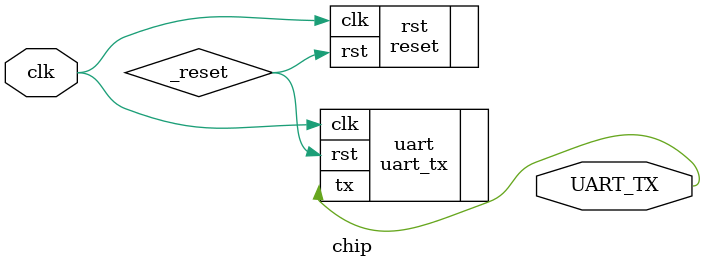
<source format=v>
/******************************************************************************
*                                                                             *
* Copyright 2016 myStorm Copyright and related                                *
* rights are licensed under the Solderpad Hardware License, Version 0.51      *
* (the “License”); you may not use this file except in compliance with        *
* the License. You may obtain a copy of the License at                        *
* http://solderpad.org/licenses/SHL-0.51. Unless required by applicable       *
* law or agreed to in writing, software, hardware and materials               *
* distributed under this License is distributed on an “AS IS” BASIS,          *
* WITHOUT WARRANTIES OR CONDITIONS OF ANY KIND, either express or             *
* implied. See the License for the specific language governing                *
* permissions and limitations under the License.                              *
*                                                                             *
******************************************************************************/
module chip (
    // 100MHz clock input
    input  clk,
    // UART
    output UART_TX
  );

  wire _reset;

  reset rst(
      .clk(clk),
      .rst(_reset)
  );

  uart_tx uart(
      .clk(clk),
      .rst(_reset),
      .tx(UART_TX)
  );

endmodule

</source>
